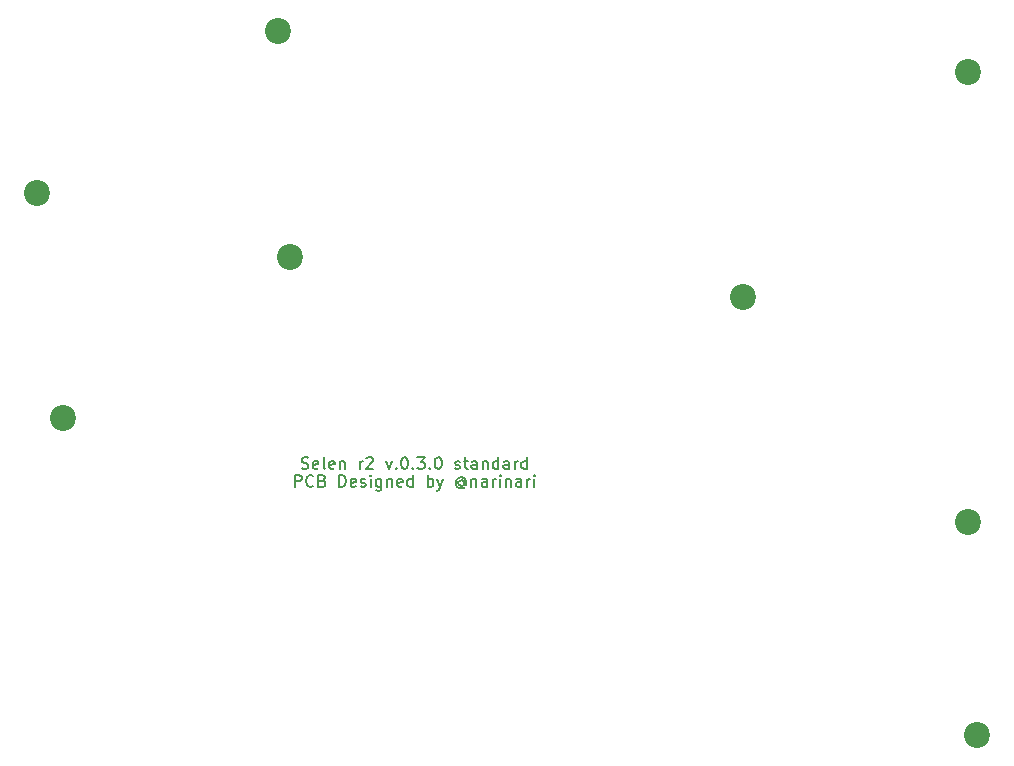
<source format=gts>
%TF.GenerationSoftware,KiCad,Pcbnew,(6.0.8)*%
%TF.CreationDate,2022-10-28T13:11:56+09:00*%
%TF.ProjectId,selen_plate,73656c65-6e5f-4706-9c61-74652e6b6963,rev?*%
%TF.SameCoordinates,Original*%
%TF.FileFunction,Soldermask,Top*%
%TF.FilePolarity,Negative*%
%FSLAX46Y46*%
G04 Gerber Fmt 4.6, Leading zero omitted, Abs format (unit mm)*
G04 Created by KiCad (PCBNEW (6.0.8)) date 2022-10-28 13:11:56*
%MOMM*%
%LPD*%
G01*
G04 APERTURE LIST*
%ADD10C,0.150000*%
%ADD11C,2.200000*%
G04 APERTURE END LIST*
D10*
X132216548Y-114252380D02*
X132216548Y-113252380D01*
X132597500Y-113252380D01*
X132692738Y-113300000D01*
X132740357Y-113347619D01*
X132787976Y-113442857D01*
X132787976Y-113585714D01*
X132740357Y-113680952D01*
X132692738Y-113728571D01*
X132597500Y-113776190D01*
X132216548Y-113776190D01*
X133787976Y-114157142D02*
X133740357Y-114204761D01*
X133597500Y-114252380D01*
X133502262Y-114252380D01*
X133359405Y-114204761D01*
X133264167Y-114109523D01*
X133216548Y-114014285D01*
X133168929Y-113823809D01*
X133168929Y-113680952D01*
X133216548Y-113490476D01*
X133264167Y-113395238D01*
X133359405Y-113300000D01*
X133502262Y-113252380D01*
X133597500Y-113252380D01*
X133740357Y-113300000D01*
X133787976Y-113347619D01*
X134549881Y-113728571D02*
X134692738Y-113776190D01*
X134740357Y-113823809D01*
X134787976Y-113919047D01*
X134787976Y-114061904D01*
X134740357Y-114157142D01*
X134692738Y-114204761D01*
X134597500Y-114252380D01*
X134216548Y-114252380D01*
X134216548Y-113252380D01*
X134549881Y-113252380D01*
X134645119Y-113300000D01*
X134692738Y-113347619D01*
X134740357Y-113442857D01*
X134740357Y-113538095D01*
X134692738Y-113633333D01*
X134645119Y-113680952D01*
X134549881Y-113728571D01*
X134216548Y-113728571D01*
X135978453Y-114252380D02*
X135978453Y-113252380D01*
X136216548Y-113252380D01*
X136359405Y-113300000D01*
X136454643Y-113395238D01*
X136502262Y-113490476D01*
X136549881Y-113680952D01*
X136549881Y-113823809D01*
X136502262Y-114014285D01*
X136454643Y-114109523D01*
X136359405Y-114204761D01*
X136216548Y-114252380D01*
X135978453Y-114252380D01*
X137359405Y-114204761D02*
X137264167Y-114252380D01*
X137073691Y-114252380D01*
X136978453Y-114204761D01*
X136930833Y-114109523D01*
X136930833Y-113728571D01*
X136978453Y-113633333D01*
X137073691Y-113585714D01*
X137264167Y-113585714D01*
X137359405Y-113633333D01*
X137407024Y-113728571D01*
X137407024Y-113823809D01*
X136930833Y-113919047D01*
X137787976Y-114204761D02*
X137883214Y-114252380D01*
X138073691Y-114252380D01*
X138168929Y-114204761D01*
X138216548Y-114109523D01*
X138216548Y-114061904D01*
X138168929Y-113966666D01*
X138073691Y-113919047D01*
X137930833Y-113919047D01*
X137835595Y-113871428D01*
X137787976Y-113776190D01*
X137787976Y-113728571D01*
X137835595Y-113633333D01*
X137930833Y-113585714D01*
X138073691Y-113585714D01*
X138168929Y-113633333D01*
X138645119Y-114252380D02*
X138645119Y-113585714D01*
X138645119Y-113252380D02*
X138597500Y-113300000D01*
X138645119Y-113347619D01*
X138692738Y-113300000D01*
X138645119Y-113252380D01*
X138645119Y-113347619D01*
X139549881Y-113585714D02*
X139549881Y-114395238D01*
X139502262Y-114490476D01*
X139454643Y-114538095D01*
X139359405Y-114585714D01*
X139216548Y-114585714D01*
X139121310Y-114538095D01*
X139549881Y-114204761D02*
X139454643Y-114252380D01*
X139264167Y-114252380D01*
X139168929Y-114204761D01*
X139121310Y-114157142D01*
X139073691Y-114061904D01*
X139073691Y-113776190D01*
X139121310Y-113680952D01*
X139168929Y-113633333D01*
X139264167Y-113585714D01*
X139454643Y-113585714D01*
X139549881Y-113633333D01*
X140026072Y-113585714D02*
X140026072Y-114252380D01*
X140026072Y-113680952D02*
X140073691Y-113633333D01*
X140168929Y-113585714D01*
X140311786Y-113585714D01*
X140407024Y-113633333D01*
X140454643Y-113728571D01*
X140454643Y-114252380D01*
X141311786Y-114204761D02*
X141216548Y-114252380D01*
X141026072Y-114252380D01*
X140930833Y-114204761D01*
X140883214Y-114109523D01*
X140883214Y-113728571D01*
X140930833Y-113633333D01*
X141026072Y-113585714D01*
X141216548Y-113585714D01*
X141311786Y-113633333D01*
X141359405Y-113728571D01*
X141359405Y-113823809D01*
X140883214Y-113919047D01*
X142216548Y-114252380D02*
X142216548Y-113252380D01*
X142216548Y-114204761D02*
X142121310Y-114252380D01*
X141930833Y-114252380D01*
X141835595Y-114204761D01*
X141787976Y-114157142D01*
X141740357Y-114061904D01*
X141740357Y-113776190D01*
X141787976Y-113680952D01*
X141835595Y-113633333D01*
X141930833Y-113585714D01*
X142121310Y-113585714D01*
X142216548Y-113633333D01*
X143454643Y-114252380D02*
X143454643Y-113252380D01*
X143454643Y-113633333D02*
X143549881Y-113585714D01*
X143740357Y-113585714D01*
X143835595Y-113633333D01*
X143883214Y-113680952D01*
X143930833Y-113776190D01*
X143930833Y-114061904D01*
X143883214Y-114157142D01*
X143835595Y-114204761D01*
X143740357Y-114252380D01*
X143549881Y-114252380D01*
X143454643Y-114204761D01*
X144264167Y-113585714D02*
X144502262Y-114252380D01*
X144740357Y-113585714D02*
X144502262Y-114252380D01*
X144407024Y-114490476D01*
X144359405Y-114538095D01*
X144264167Y-114585714D01*
X146502262Y-113776190D02*
X146454643Y-113728571D01*
X146359405Y-113680952D01*
X146264167Y-113680952D01*
X146168929Y-113728571D01*
X146121310Y-113776190D01*
X146073691Y-113871428D01*
X146073691Y-113966666D01*
X146121310Y-114061904D01*
X146168929Y-114109523D01*
X146264167Y-114157142D01*
X146359405Y-114157142D01*
X146454643Y-114109523D01*
X146502262Y-114061904D01*
X146502262Y-113680952D02*
X146502262Y-114061904D01*
X146549881Y-114109523D01*
X146597500Y-114109523D01*
X146692738Y-114061904D01*
X146740357Y-113966666D01*
X146740357Y-113728571D01*
X146645119Y-113585714D01*
X146502262Y-113490476D01*
X146311786Y-113442857D01*
X146121310Y-113490476D01*
X145978453Y-113585714D01*
X145883214Y-113728571D01*
X145835595Y-113919047D01*
X145883214Y-114109523D01*
X145978453Y-114252380D01*
X146121310Y-114347619D01*
X146311786Y-114395238D01*
X146502262Y-114347619D01*
X146645119Y-114252380D01*
X147168929Y-113585714D02*
X147168929Y-114252380D01*
X147168929Y-113680952D02*
X147216548Y-113633333D01*
X147311786Y-113585714D01*
X147454643Y-113585714D01*
X147549881Y-113633333D01*
X147597500Y-113728571D01*
X147597500Y-114252380D01*
X148502262Y-114252380D02*
X148502262Y-113728571D01*
X148454643Y-113633333D01*
X148359405Y-113585714D01*
X148168929Y-113585714D01*
X148073691Y-113633333D01*
X148502262Y-114204761D02*
X148407024Y-114252380D01*
X148168929Y-114252380D01*
X148073691Y-114204761D01*
X148026072Y-114109523D01*
X148026072Y-114014285D01*
X148073691Y-113919047D01*
X148168929Y-113871428D01*
X148407024Y-113871428D01*
X148502262Y-113823809D01*
X148978453Y-114252380D02*
X148978453Y-113585714D01*
X148978453Y-113776190D02*
X149026072Y-113680952D01*
X149073691Y-113633333D01*
X149168929Y-113585714D01*
X149264167Y-113585714D01*
X149597500Y-114252380D02*
X149597500Y-113585714D01*
X149597500Y-113252380D02*
X149549881Y-113300000D01*
X149597500Y-113347619D01*
X149645119Y-113300000D01*
X149597500Y-113252380D01*
X149597500Y-113347619D01*
X150073691Y-113585714D02*
X150073691Y-114252380D01*
X150073691Y-113680952D02*
X150121310Y-113633333D01*
X150216548Y-113585714D01*
X150359405Y-113585714D01*
X150454643Y-113633333D01*
X150502262Y-113728571D01*
X150502262Y-114252380D01*
X151407024Y-114252380D02*
X151407024Y-113728571D01*
X151359405Y-113633333D01*
X151264167Y-113585714D01*
X151073691Y-113585714D01*
X150978453Y-113633333D01*
X151407024Y-114204761D02*
X151311786Y-114252380D01*
X151073691Y-114252380D01*
X150978453Y-114204761D01*
X150930833Y-114109523D01*
X150930833Y-114014285D01*
X150978453Y-113919047D01*
X151073691Y-113871428D01*
X151311786Y-113871428D01*
X151407024Y-113823809D01*
X151883214Y-114252380D02*
X151883214Y-113585714D01*
X151883214Y-113776190D02*
X151930833Y-113680952D01*
X151978453Y-113633333D01*
X152073691Y-113585714D01*
X152168929Y-113585714D01*
X152502262Y-114252380D02*
X152502262Y-113585714D01*
X152502262Y-113252380D02*
X152454643Y-113300000D01*
X152502262Y-113347619D01*
X152549881Y-113300000D01*
X152502262Y-113252380D01*
X152502262Y-113347619D01*
X132787976Y-112704761D02*
X132930833Y-112752380D01*
X133168928Y-112752380D01*
X133264166Y-112704761D01*
X133311785Y-112657142D01*
X133359404Y-112561904D01*
X133359404Y-112466666D01*
X133311785Y-112371428D01*
X133264166Y-112323809D01*
X133168928Y-112276190D01*
X132978452Y-112228571D01*
X132883214Y-112180952D01*
X132835595Y-112133333D01*
X132787976Y-112038095D01*
X132787976Y-111942857D01*
X132835595Y-111847619D01*
X132883214Y-111800000D01*
X132978452Y-111752380D01*
X133216547Y-111752380D01*
X133359404Y-111800000D01*
X134168928Y-112704761D02*
X134073690Y-112752380D01*
X133883214Y-112752380D01*
X133787976Y-112704761D01*
X133740357Y-112609523D01*
X133740357Y-112228571D01*
X133787976Y-112133333D01*
X133883214Y-112085714D01*
X134073690Y-112085714D01*
X134168928Y-112133333D01*
X134216547Y-112228571D01*
X134216547Y-112323809D01*
X133740357Y-112419047D01*
X134787976Y-112752380D02*
X134692738Y-112704761D01*
X134645119Y-112609523D01*
X134645119Y-111752380D01*
X135549880Y-112704761D02*
X135454642Y-112752380D01*
X135264166Y-112752380D01*
X135168928Y-112704761D01*
X135121309Y-112609523D01*
X135121309Y-112228571D01*
X135168928Y-112133333D01*
X135264166Y-112085714D01*
X135454642Y-112085714D01*
X135549880Y-112133333D01*
X135597500Y-112228571D01*
X135597500Y-112323809D01*
X135121309Y-112419047D01*
X136026071Y-112085714D02*
X136026071Y-112752380D01*
X136026071Y-112180952D02*
X136073690Y-112133333D01*
X136168928Y-112085714D01*
X136311785Y-112085714D01*
X136407023Y-112133333D01*
X136454642Y-112228571D01*
X136454642Y-112752380D01*
X137692738Y-112752380D02*
X137692738Y-112085714D01*
X137692738Y-112276190D02*
X137740357Y-112180952D01*
X137787976Y-112133333D01*
X137883214Y-112085714D01*
X137978452Y-112085714D01*
X138264166Y-111847619D02*
X138311785Y-111800000D01*
X138407023Y-111752380D01*
X138645119Y-111752380D01*
X138740357Y-111800000D01*
X138787976Y-111847619D01*
X138835595Y-111942857D01*
X138835595Y-112038095D01*
X138787976Y-112180952D01*
X138216547Y-112752380D01*
X138835595Y-112752380D01*
X139930833Y-112085714D02*
X140168928Y-112752380D01*
X140407023Y-112085714D01*
X140787976Y-112657142D02*
X140835595Y-112704761D01*
X140787976Y-112752380D01*
X140740357Y-112704761D01*
X140787976Y-112657142D01*
X140787976Y-112752380D01*
X141454642Y-111752380D02*
X141549880Y-111752380D01*
X141645119Y-111800000D01*
X141692738Y-111847619D01*
X141740357Y-111942857D01*
X141787976Y-112133333D01*
X141787976Y-112371428D01*
X141740357Y-112561904D01*
X141692738Y-112657142D01*
X141645119Y-112704761D01*
X141549880Y-112752380D01*
X141454642Y-112752380D01*
X141359404Y-112704761D01*
X141311785Y-112657142D01*
X141264166Y-112561904D01*
X141216547Y-112371428D01*
X141216547Y-112133333D01*
X141264166Y-111942857D01*
X141311785Y-111847619D01*
X141359404Y-111800000D01*
X141454642Y-111752380D01*
X142216547Y-112657142D02*
X142264166Y-112704761D01*
X142216547Y-112752380D01*
X142168928Y-112704761D01*
X142216547Y-112657142D01*
X142216547Y-112752380D01*
X142597500Y-111752380D02*
X143216547Y-111752380D01*
X142883214Y-112133333D01*
X143026071Y-112133333D01*
X143121309Y-112180952D01*
X143168928Y-112228571D01*
X143216547Y-112323809D01*
X143216547Y-112561904D01*
X143168928Y-112657142D01*
X143121309Y-112704761D01*
X143026071Y-112752380D01*
X142740357Y-112752380D01*
X142645119Y-112704761D01*
X142597500Y-112657142D01*
X143645119Y-112657142D02*
X143692738Y-112704761D01*
X143645119Y-112752380D01*
X143597500Y-112704761D01*
X143645119Y-112657142D01*
X143645119Y-112752380D01*
X144311785Y-111752380D02*
X144407023Y-111752380D01*
X144502261Y-111800000D01*
X144549880Y-111847619D01*
X144597500Y-111942857D01*
X144645119Y-112133333D01*
X144645119Y-112371428D01*
X144597500Y-112561904D01*
X144549880Y-112657142D01*
X144502261Y-112704761D01*
X144407023Y-112752380D01*
X144311785Y-112752380D01*
X144216547Y-112704761D01*
X144168928Y-112657142D01*
X144121309Y-112561904D01*
X144073690Y-112371428D01*
X144073690Y-112133333D01*
X144121309Y-111942857D01*
X144168928Y-111847619D01*
X144216547Y-111800000D01*
X144311785Y-111752380D01*
X145787976Y-112704761D02*
X145883214Y-112752380D01*
X146073690Y-112752380D01*
X146168928Y-112704761D01*
X146216547Y-112609523D01*
X146216547Y-112561904D01*
X146168928Y-112466666D01*
X146073690Y-112419047D01*
X145930833Y-112419047D01*
X145835595Y-112371428D01*
X145787976Y-112276190D01*
X145787976Y-112228571D01*
X145835595Y-112133333D01*
X145930833Y-112085714D01*
X146073690Y-112085714D01*
X146168928Y-112133333D01*
X146502261Y-112085714D02*
X146883214Y-112085714D01*
X146645119Y-111752380D02*
X146645119Y-112609523D01*
X146692738Y-112704761D01*
X146787976Y-112752380D01*
X146883214Y-112752380D01*
X147645119Y-112752380D02*
X147645119Y-112228571D01*
X147597500Y-112133333D01*
X147502261Y-112085714D01*
X147311785Y-112085714D01*
X147216547Y-112133333D01*
X147645119Y-112704761D02*
X147549880Y-112752380D01*
X147311785Y-112752380D01*
X147216547Y-112704761D01*
X147168928Y-112609523D01*
X147168928Y-112514285D01*
X147216547Y-112419047D01*
X147311785Y-112371428D01*
X147549880Y-112371428D01*
X147645119Y-112323809D01*
X148121309Y-112085714D02*
X148121309Y-112752380D01*
X148121309Y-112180952D02*
X148168928Y-112133333D01*
X148264166Y-112085714D01*
X148407023Y-112085714D01*
X148502261Y-112133333D01*
X148549880Y-112228571D01*
X148549880Y-112752380D01*
X149454642Y-112752380D02*
X149454642Y-111752380D01*
X149454642Y-112704761D02*
X149359404Y-112752380D01*
X149168928Y-112752380D01*
X149073690Y-112704761D01*
X149026071Y-112657142D01*
X148978452Y-112561904D01*
X148978452Y-112276190D01*
X149026071Y-112180952D01*
X149073690Y-112133333D01*
X149168928Y-112085714D01*
X149359404Y-112085714D01*
X149454642Y-112133333D01*
X150359404Y-112752380D02*
X150359404Y-112228571D01*
X150311785Y-112133333D01*
X150216547Y-112085714D01*
X150026071Y-112085714D01*
X149930833Y-112133333D01*
X150359404Y-112704761D02*
X150264166Y-112752380D01*
X150026071Y-112752380D01*
X149930833Y-112704761D01*
X149883214Y-112609523D01*
X149883214Y-112514285D01*
X149930833Y-112419047D01*
X150026071Y-112371428D01*
X150264166Y-112371428D01*
X150359404Y-112323809D01*
X150835595Y-112752380D02*
X150835595Y-112085714D01*
X150835595Y-112276190D02*
X150883214Y-112180952D01*
X150930833Y-112133333D01*
X151026071Y-112085714D01*
X151121309Y-112085714D01*
X151883214Y-112752380D02*
X151883214Y-111752380D01*
X151883214Y-112704761D02*
X151787976Y-112752380D01*
X151597500Y-112752380D01*
X151502261Y-112704761D01*
X151454642Y-112657142D01*
X151407023Y-112561904D01*
X151407023Y-112276190D01*
X151454642Y-112180952D01*
X151502261Y-112133333D01*
X151597500Y-112085714D01*
X151787976Y-112085714D01*
X151883214Y-112133333D01*
D11*
%TO.C,REF\u002A\u002A*%
X189200000Y-117250000D03*
%TD*%
%TO.C,REF\u002A\u002A*%
X189200000Y-79150000D03*
%TD*%
%TO.C,REF\u002A\u002A*%
X112600000Y-108400000D03*
%TD*%
%TO.C,REF\u002A\u002A*%
X130810000Y-75692000D03*
%TD*%
%TO.C,REF\u002A\u002A*%
X110400000Y-89400000D03*
%TD*%
%TO.C,REF\u002A\u002A*%
X170150000Y-98200000D03*
%TD*%
%TO.C,REF\u002A\u002A*%
X189992000Y-135250000D03*
%TD*%
%TO.C,REF\u002A\u002A*%
X131800000Y-94800000D03*
%TD*%
M02*

</source>
